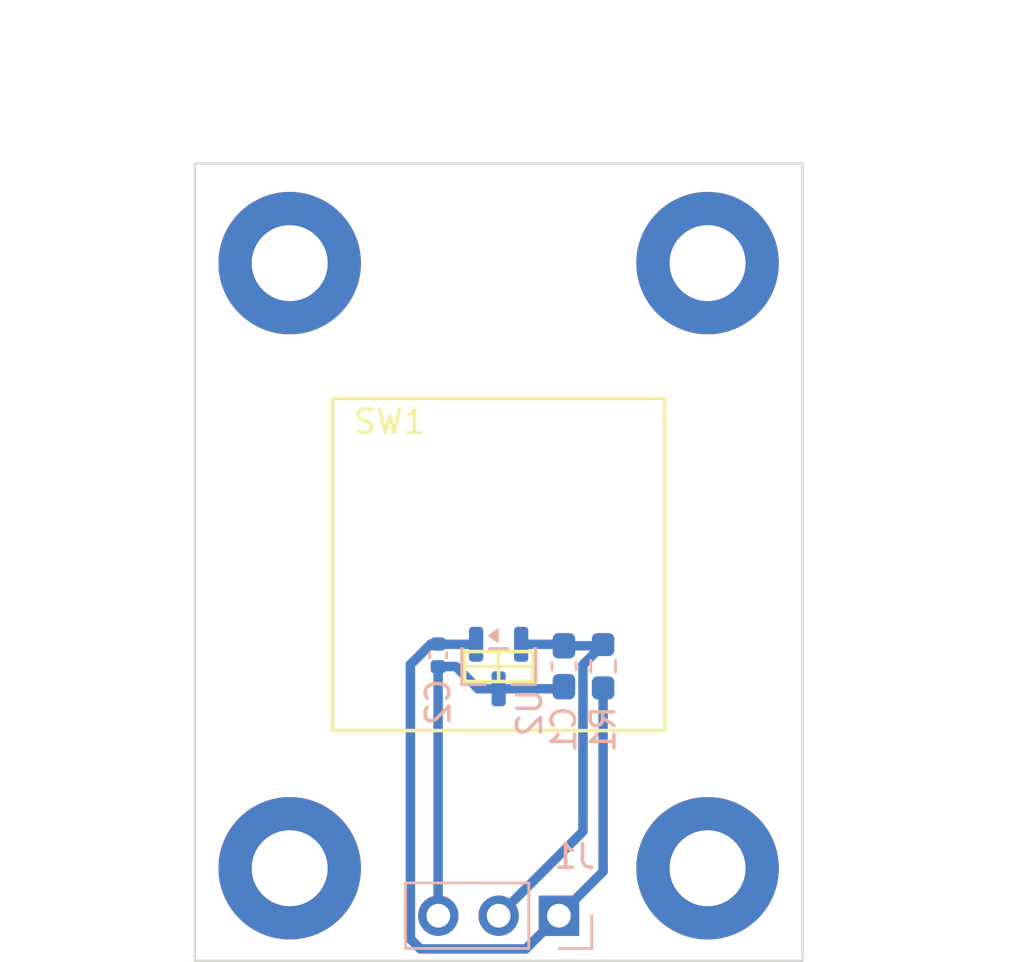
<source format=kicad_pcb>
(kicad_pcb (version 20241229) (generator "pcbnew") (generator_version "9.0")
  (layers (0 "F.Cu" signal) (2 "B.Cu" signal) (13 "F.Paste" user) (15 "B.Paste" user) (5 "F.SilkS" user "F.Silkscreen") (7 "B.SilkS" user "B.Silkscreen") (1 "F.Mask" user) (3 "B.Mask" user) (25 "Edge.Cuts" user))
  (net 0 "")
  (net 1 "VCC")
  (net 2 "GND")
  (net 3 "Net-(J1-Pin_2)")
  (footprint "My_Parts:GATERON_KS-33C_ONLY" (layer "F.Cu") (at 148.3 118.9)
    (property "Reference" "SW1" (at -4.59 -6.02 0) (layer "F.SilkS"))
    (property "Value" "GATERON_KS-33C_ONLY" (hide yes))
    (fp_line (start -1.39 4.3) (end 1.39 4.3) (stroke (width 0.15)) (layer "F.SilkS"))
    (fp_line (start 0 3.67) (end 0 4.93) (stroke (width 0.15)) (layer "F.SilkS"))
    (fp_rect (start -7 -7) (end 7 7) (stroke (width 0.15)) (fill no) (layer "F.SilkS"))
    (fp_rect (start -1.43 3.67) (end 1.44 4.93) (stroke (width 0.15)) (fill no) (layer "F.SilkS"))
    (pad "" np_thru_hole circle (at -5.075 0) (size 1.7 1.7) (drill 1.7) (layers "*.Cu" "*.Mask"))
    (pad "" np_thru_hole circle (at 0 0) (size 5.2 5.2) (drill 5.2) (layers "*.Cu" "*.Mask"))
    (pad "" np_thru_hole circle (at 5.075 0) (size 1.7 1.7) (drill 1.7) (layers "*.Cu" "*.Mask"))
  )
  (footprint "Capacitor_SMD:C_0603_1608Metric_Pad1.08x0.95mm_HandSolder" (layer "B.Cu") (at 151.05 123.1875 -90)
    (property "Reference" "C1" (at 2.6625 0 90) (layer "B.SilkS") (effects (justify mirror)))
    (property "Value" "~" (hide yes))
    (fp_line (start -0.146267 0.51) (end 0.146267 0.51) (stroke (width 0.12)) (layer "B.SilkS"))
    (fp_line (start -0.146267 -0.51) (end 0.146267 -0.51) (stroke (width 0.12)) (layer "B.SilkS"))
    (pad "1" smd roundrect (at -0.8625 0 270) (size 1.075 0.95) (layers "B.Cu" "B.Mask" "B.Paste") (net 3 "Net-(J1-Pin_2)"))
    (pad "2" smd roundrect (at 0.8625 0 270) (size 1.075 0.95) (layers "B.Cu" "B.Mask" "B.Paste") (net 2 "GND"))
  )
  (footprint "Capacitor_SMD:C_0402_1005Metric" (layer "B.Cu") (at 145.75 122.73 -90)
    (property "Reference" "C2" (at 1.97 0 90) (layer "B.SilkS") (effects (justify mirror)))
    (property "Value" "10nF" (hide yes))
    (fp_line (start -0.107836 0.36) (end 0.107836 0.36) (stroke (width 0.12)) (layer "B.SilkS"))
    (fp_line (start -0.107836 -0.36) (end 0.107836 -0.36) (stroke (width 0.12)) (layer "B.SilkS"))
    (pad "1" smd roundrect (at -0.48 0 270) (size 0.56 0.62) (layers "B.Cu" "B.Mask" "B.Paste") (net 1 "VCC"))
    (pad "2" smd roundrect (at 0.48 0 270) (size 0.56 0.62) (layers "B.Cu" "B.Mask" "B.Paste") (net 2 "GND"))
  )
  (footprint "Package_TO_SOT_SMD:SOT-23" (layer "B.Cu") (at 148.3 123.2 -90)
    (property "Reference" "U2" (at 1.95 -1.3 90) (layer "B.SilkS") (effects (justify mirror)))
    (property "Value" "DRV5055A3xDBZxQ1" (hide yes))
    (fp_line (start -0.76 1.56) (end 0.76 1.56) (stroke (width 0.12)) (layer "B.SilkS"))
    (fp_line (start 0.76 1.56) (end 0.76 0.56) (stroke (width 0.12)) (layer "B.SilkS"))
    (fp_line (start -0.76 1.51) (end -0.76 1.56) (stroke (width 0.12)) (layer "B.SilkS"))
    (fp_line (start -0.76 -0.39) (end -0.76 0.39) (stroke (width 0.12)) (layer "B.SilkS"))
    (fp_line (start 0.76 -0.56) (end 0.76 -1.56) (stroke (width 0.12)) (layer "B.SilkS"))
    (fp_line (start -0.76 -1.56) (end -0.76 -1.51) (stroke (width 0.12)) (layer "B.SilkS"))
    (fp_line (start 0.76 -1.56) (end -0.76 -1.56) (stroke (width 0.12)) (layer "B.SilkS"))
    (fp_poly (pts (xy -1.3 0.38) (xy -1.06 0.05) (xy -1.54 0.05)) (stroke (width 0.12)) (fill yes) (layer "B.SilkS"))
    (pad "1" smd roundrect (at -0.9375 0.95 270) (size 1.475 0.6) (layers "B.Cu" "B.Mask" "B.Paste") (net 1 "VCC"))
    (pad "2" smd roundrect (at -0.9375 -0.95 270) (size 1.475 0.6) (layers "B.Cu" "B.Mask" "B.Paste") (net 3 "Net-(J1-Pin_2)"))
    (pad "3" smd roundrect (at 0.9375 0 270) (size 1.475 0.6) (layers "B.Cu" "B.Mask" "B.Paste") (net 2 "GND"))
  )
  (footprint "Connector_PinHeader_2.54mm:PinHeader_1x03_P2.54mm_Vertical" (layer "B.Cu") (at 150.84 133.7 90)
    (property "Reference" "J1" (at 2.5 0.66 180) (layer "B.SilkS") (effects (justify mirror)))
    (property "Value" "Conn_01x03" (hide yes))
    (fp_line (start -1.38 -6.46) (end 1.38 -6.46) (stroke (width 0.12)) (layer "B.SilkS"))
    (fp_line (start 1.38 -1.27) (end 1.38 -6.46) (stroke (width 0.12)) (layer "B.SilkS"))
    (fp_line (start -1.38 -1.27) (end -1.38 -6.46) (stroke (width 0.12)) (layer "B.SilkS"))
    (fp_line (start -1.38 -1.27) (end 1.38 -1.27) (stroke (width 0.12)) (layer "B.SilkS"))
    (fp_line (start -1.38 0) (end -1.38 1.38) (stroke (width 0.12)) (layer "B.SilkS"))
    (fp_line (start -1.38 1.38) (end 0 1.38) (stroke (width 0.12)) (layer "B.SilkS"))
    (pad "1" thru_hole rect (at 0 0 90) (size 1.7 1.7) (drill 1) (layers "*.Cu" "*.Mask") (net 1 "VCC"))
    (pad "2" thru_hole circle (at 0 -2.54 90) (size 1.7 1.7) (drill 1) (layers "*.Cu" "*.Mask") (net 3 "Net-(J1-Pin_2)"))
    (pad "3" thru_hole circle (at 0 -5.08 90) (size 1.7 1.7) (drill 1) (layers "*.Cu" "*.Mask") (net 2 "GND"))
  )
  (footprint "Resistor_SMD:R_0603_1608Metric_Pad0.98x0.95mm_HandSolder" (layer "B.Cu") (at 152.7 123.1875 90)
    (property "Reference" "R1" (at -2.6625 0 90) (layer "B.SilkS") (effects (justify mirror)))
    (property "Value" "~" (hide yes))
    (fp_line (start -0.254724 -0.5225) (end 0.254724 -0.5225) (stroke (width 0.12)) (layer "B.SilkS"))
    (fp_line (start -0.254724 0.5225) (end 0.254724 0.5225) (stroke (width 0.12)) (layer "B.SilkS"))
    (pad "1" smd roundrect (at -0.9125 0 90) (size 0.975 0.95) (layers "B.Cu" "B.Mask" "B.Paste") (net 1 "VCC"))
    (pad "2" smd roundrect (at 0.9125 0 90) (size 0.975 0.95) (layers "B.Cu" "B.Mask" "B.Paste") (net 3 "Net-(J1-Pin_2)"))
  )
  (gr_rect (start 135.5 102) (end 161.1 135.6) (stroke (width 0.1)) (fill no) (layer "Edge.Cuts"))
  (via (at 139.5 106.2) (size 6) (drill 3.2) (layers "F.Cu" "B.Cu") (net 0))
  (via (at 157.1 106.2) (size 6) (drill 3.2) (layers "F.Cu" "B.Cu") (net 0))
  (via (at 157.1 131.7) (size 6) (drill 3.2) (layers "F.Cu" "B.Cu") (net 0))
  (via (at 139.5 131.7) (size 6) (drill 3.2) (layers "F.Cu" "B.Cu") (net 0))
  (segment (start 145.7625 122.2625) (end 145.75 122.25) (width 0.4) (layer "B.Cu") (net 1))
  (segment (start 145.45 122.25) (end 144.582 123.118) (width 0.4) (layer "B.Cu") (net 1))
  (segment (start 145 135.099) (end 149.441 135.099) (width 0.4) (layer "B.Cu") (net 1))
  (segment (start 145.75 122.25) (end 145.45 122.25) (width 0.4) (layer "B.Cu") (net 1))
  (segment (start 147.35 122.2625) (end 145.7625 122.2625) (width 0.4) (layer "B.Cu") (net 1))
  (segment (start 152.7 124.1) (end 152.7 131.84) (width 0.4) (layer "B.Cu") (net 1))
  (segment (start 144.582 123.118) (end 144.582 134.681) (width 0.4) (layer "B.Cu") (net 1))
  (segment (start 149.441 135.099) (end 150.84 133.7) (width 0.4) (layer "B.Cu") (net 1))
  (segment (start 144.582 134.681) (end 145 135.099) (width 0.4) (layer "B.Cu") (net 1))
  (segment (start 152.7 131.84) (end 150.84 133.7) (width 0.4) (layer "B.Cu") (net 1))
  (segment (start 148.3 124.1375) (end 150.9625 124.1375) (width 0.4) (layer "B.Cu") (net 2))
  (segment (start 145.75 133.69) (end 145.76 133.7) (width 0.4) (layer "B.Cu") (net 2))
  (segment (start 145.75 123.21) (end 145.76 123.2) (width 0.4) (layer "B.Cu") (net 2))
  (segment (start 150.9625 124.1375) (end 151.05 124.05) (width 0.4) (layer "B.Cu") (net 2))
  (segment (start 145.75 123.21) (end 145.75 133.69) (width 0.4) (layer "B.Cu") (net 2))
  (segment (start 145.76 123.2) (end 146.5 123.2) (width 0.4) (layer "B.Cu") (net 2))
  (segment (start 146.5 123.2) (end 147.4375 124.1375) (width 0.4) (layer "B.Cu") (net 2))
  (segment (start 147.4375 124.1375) (end 148.3 124.1375) (width 0.4) (layer "B.Cu") (net 2))
  (segment (start 151.853 123.122) (end 151.853 130.147) (width 0.4) (layer "B.Cu") (net 3))
  (segment (start 151.05 122.325) (end 152.65 122.325) (width 0.4) (layer "B.Cu") (net 3))
  (segment (start 152.7 122.275) (end 151.853 123.122) (width 0.4) (layer "B.Cu") (net 3))
  (segment (start 151.853 130.147) (end 148.3 133.7) (width 0.4) (layer "B.Cu") (net 3))
  (segment (start 150.9875 122.2625) (end 151.05 122.325) (width 0.4) (layer "B.Cu") (net 3))
  (segment (start 149.25 122.2625) (end 150.9875 122.2625) (width 0.4) (layer "B.Cu") (net 3))
  (segment (start 152.65 122.325) (end 152.7 122.275) (width 0.4) (layer "B.Cu") (net 3))
)
</source>
